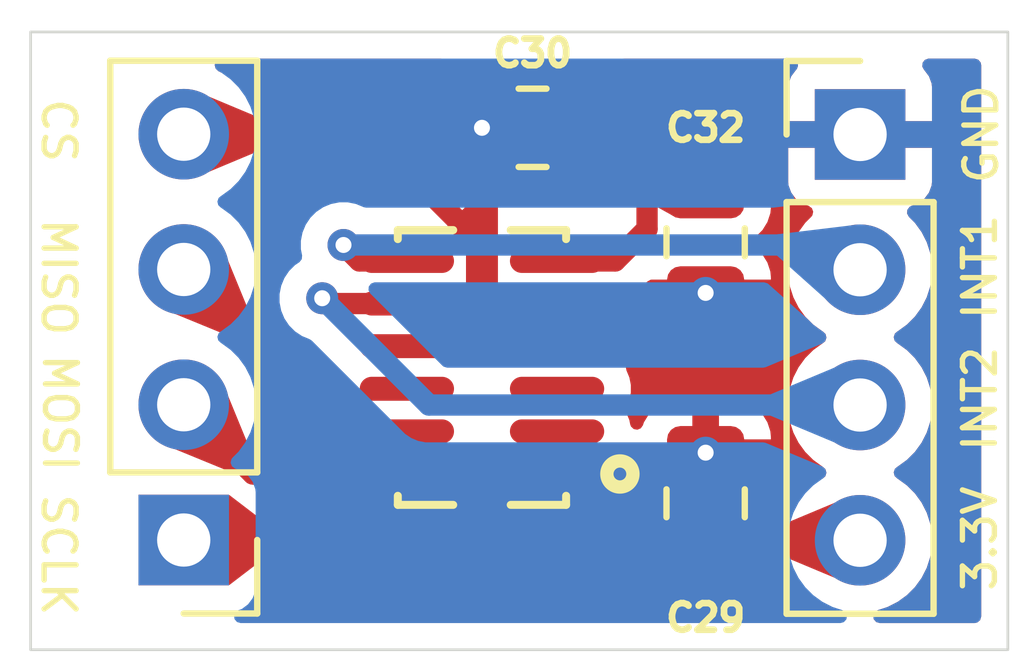
<source format=kicad_pcb>
(kicad_pcb (version 20241229) (generator "pcbnew") (generator_version "9.0")
  (layers (0 "F.Cu" signal) (2 "B.Cu" signal) (13 "F.Paste" user) (15 "B.Paste" user) (5 "F.SilkS" user "F.Silkscreen") (7 "B.SilkS" user "B.Silkscreen") (1 "F.Mask" user) (3 "B.Mask" user) (25 "Edge.Cuts" user))
  (net 0 "")
  (net 1 "+3.3V")
  (net 2 "GND")
  (net 3 "ADXL375_SDI")
  (net 4 "ADXL375_SCLK")
  (net 5 "ADXL375_SDO")
  (net 6 "ADXL375_CS")
  (net 7 "ADXL375_INT2")
  (net 8 "ADXL375_INT1")
  (footprint "Connector_PinHeader_2.54mm:PinHeader_1x04_P2.54mm_Vertical" (layer "F.Cu") (at 145.1 74.325)
    (property "Reference" "J2" (hide yes))
    (property "Value" "Conn_01x04_Pin" (hide yes))
    (fp_line (start -1.38 -1.38) (end 0 -1.38) (stroke (width 0.12)) (layer "F.SilkS"))
    (fp_line (start -1.38 0) (end -1.38 -1.38) (stroke (width 0.12)) (layer "F.SilkS"))
    (fp_line (start -1.38 1.27) (end -1.38 9) (stroke (width 0.12)) (layer "F.SilkS"))
    (fp_line (start -1.38 1.27) (end 1.38 1.27) (stroke (width 0.12)) (layer "F.SilkS"))
    (fp_line (start -1.38 9) (end 1.38 9) (stroke (width 0.12)) (layer "F.SilkS"))
    (fp_line (start 1.38 1.27) (end 1.38 9) (stroke (width 0.12)) (layer "F.SilkS"))
    (pad "1" thru_hole rect (at 0 0) (size 1.7 1.7) (drill 1) (layers "*.Cu" "*.Mask") (net 2 "GND"))
    (pad "2" thru_hole circle (at 0 2.54) (size 1.7 1.7) (drill 1) (layers "*.Cu" "*.Mask") (net 8 "ADXL375_INT1"))
    (pad "3" thru_hole circle (at 0 5.08) (size 1.7 1.7) (drill 1) (layers "*.Cu" "*.Mask") (net 7 "ADXL375_INT2"))
    (pad "4" thru_hole circle (at 0 7.62) (size 1.7 1.7) (drill 1) (layers "*.Cu" "*.Mask") (net 1 "+3.3V"))
  )
  (footprint "Capacitor_SMD:C_0805_2012Metric" (layer "F.Cu") (at 138.95 74.2 180)
    (property "Reference" "C30" (at 0 1.4 0) (layer "F.SilkS") (effects (font (size 0.5 0.5) (thickness 0.125))))
    (property "Value" "100nF" (hide yes))
    (fp_line (start -0.261252 0.735) (end 0.261252 0.735) (stroke (width 0.12)) (layer "F.SilkS"))
    (fp_line (start -0.261252 -0.735) (end 0.261252 -0.735) (stroke (width 0.12)) (layer "F.SilkS"))
    (pad "1" smd roundrect (at -0.95 0 180) (size 1 1.45) (layers "F.Cu" "F.Mask" "F.Paste") (net 1 "+3.3V"))
    (pad "2" smd roundrect (at 0.95 0 180) (size 1 1.45) (layers "F.Cu" "F.Mask" "F.Paste") (net 2 "GND"))
  )
  (footprint "Connector_PinHeader_2.54mm:PinHeader_1x04_P2.54mm_Vertical" (layer "F.Cu") (at 132.4 81.94 180)
    (property "Reference" "J1" (hide yes))
    (property "Value" "Conn_01x04_Pin" (hide yes))
    (fp_line (start 1.38 1.27) (end 1.38 9) (stroke (width 0.12)) (layer "F.SilkS"))
    (fp_line (start -1.38 9) (end 1.38 9) (stroke (width 0.12)) (layer "F.SilkS"))
    (fp_line (start -1.38 1.27) (end 1.38 1.27) (stroke (width 0.12)) (layer "F.SilkS"))
    (fp_line (start -1.38 1.27) (end -1.38 9) (stroke (width 0.12)) (layer "F.SilkS"))
    (fp_line (start -1.38 0) (end -1.38 -1.38) (stroke (width 0.12)) (layer "F.SilkS"))
    (fp_line (start -1.38 -1.38) (end 0 -1.38) (stroke (width 0.12)) (layer "F.SilkS"))
    (pad "1" thru_hole rect (at 0 0 180) (size 1.7 1.7) (drill 1) (layers "*.Cu" "*.Mask") (net 4 "ADXL375_SCLK"))
    (pad "2" thru_hole circle (at 0 2.54 180) (size 1.7 1.7) (drill 1) (layers "*.Cu" "*.Mask") (net 3 "ADXL375_SDI"))
    (pad "3" thru_hole circle (at 0 5.08 180) (size 1.7 1.7) (drill 1) (layers "*.Cu" "*.Mask") (net 5 "ADXL375_SDO"))
    (pad "4" thru_hole circle (at 0 7.62 180) (size 1.7 1.7) (drill 1) (layers "*.Cu" "*.Mask") (net 6 "ADXL375_CS"))
  )
  (footprint "Capacitor_SMD:C_0805_2012Metric" (layer "F.Cu") (at 142.2 81.25 -90)
    (property "Reference" "C29" (at 2.15 0 180) (layer "F.SilkS") (effects (font (size 0.5 0.5) (thickness 0.125))))
    (property "Value" "10uF" (hide yes))
    (fp_line (start -0.261252 0.735) (end 0.261252 0.735) (stroke (width 0.12)) (layer "F.SilkS"))
    (fp_line (start -0.261252 -0.735) (end 0.261252 -0.735) (stroke (width 0.12)) (layer "F.SilkS"))
    (pad "1" smd roundrect (at -0.95 0 270) (size 1 1.45) (layers "F.Cu" "F.Mask" "F.Paste") (net 2 "GND"))
    (pad "2" smd roundrect (at 0.95 0 270) (size 1 1.45) (layers "F.Cu" "F.Mask" "F.Paste") (net 1 "+3.3V"))
  )
  (footprint "Capacitor_SMD:C_0805_2012Metric" (layer "F.Cu") (at 142.2 76.35 90)
    (property "Reference" "C32" (at 2.15 0 180) (layer "F.SilkS") (effects (font (size 0.5 0.5) (thickness 0.125))))
    (property "Value" "100nF" (hide yes))
    (fp_line (start -0.261252 -0.735) (end 0.261252 -0.735) (stroke (width 0.12)) (layer "F.SilkS"))
    (fp_line (start -0.261252 0.735) (end 0.261252 0.735) (stroke (width 0.12)) (layer "F.SilkS"))
    (pad "1" smd roundrect (at -0.95 0 90) (size 1 1.45) (layers "F.Cu" "F.Mask" "F.Paste") (net 2 "GND"))
    (pad "2" smd roundrect (at 0.95 0 90) (size 1 1.45) (layers "F.Cu" "F.Mask" "F.Paste") (net 1 "+3.3V"))
  )
  (footprint "EasyEDA:LGA-14_L5.0-W3.0-P0.80-BL" (layer "F.Cu") (at 138 78.7 90)
    (property "Reference" "U7" (hide yes))
    (property "Value" "ADXL375BCCZ-RL7" (hide yes))
    (fp_line (start 2.58 -1.58) (end 2.41 -1.58) (stroke (width 0.15)) (layer "F.SilkS"))
    (fp_line (start -2.58 -1.58) (end -2.41 -1.58) (stroke (width 0.15)) (layer "F.SilkS"))
    (fp_line (start 2.58 -0.54) (end 2.58 -1.58) (stroke (width 0.15)) (layer "F.SilkS"))
    (fp_line (start -2.58 -0.54) (end -2.58 -1.58) (stroke (width 0.15)) (layer "F.SilkS"))
    (fp_line (start 2.58 0.54) (end 2.58 1.58) (stroke (width 0.15)) (layer "F.SilkS"))
    (fp_line (start -2.58 0.54) (end -2.58 1.58) (stroke (width 0.15)) (layer "F.SilkS"))
    (fp_line (start 2.58 1.58) (end 2.41 1.58) (stroke (width 0.15)) (layer "F.SilkS"))
    (fp_line (start -2.58 1.58) (end -2.41 1.58) (stroke (width 0.15)) (layer "F.SilkS"))
    (fp_circle (center -2 2.59) (end -1.88 2.59) (stroke (width 0.25)) (fill no) (layer "F.SilkS"))
    (pad "1" smd oval (at -2 1.41 90) (size 0.45 1.77) (layers "F.Cu" "F.Mask" "F.Paste") (net 1 "+3.3V"))
    (pad "2" smd oval (at -1.2 1.41 90) (size 0.45 1.77) (layers "F.Cu" "F.Mask" "F.Paste") (net 2 "GND"))
    (pad "3" smd oval (at -0.4 1.41 90) (size 0.45 1.77) (layers "F.Cu" "F.Mask" "F.Paste"))
    (pad "4" smd oval (at 0.4 1.41 90) (size 0.45 1.77) (layers "F.Cu" "F.Mask" "F.Paste") (net 2 "GND"))
    (pad "5" smd oval (at 1.2 1.41 90) (size 0.45 1.77) (layers "F.Cu" "F.Mask" "F.Paste") (net 2 "GND"))
    (pad "6" smd oval (at 2 1.41 90) (size 0.45 1.77) (layers "F.Cu" "F.Mask" "F.Paste") (net 1 "+3.3V"))
    (pad "7" smd rect (at 2.3 0 90) (size 1.55 0.6) (layers "F.Cu" "F.Mask" "F.Paste") (net 6 "ADXL375_CS"))
    (pad "8" smd oval (at 2 -1.41 90) (size 0.45 1.77) (layers "F.Cu" "F.Mask" "F.Paste") (net 8 "ADXL375_INT1"))
    (pad "9" smd oval (at 1.2 -1.41 90) (size 0.45 1.77) (layers "F.Cu" "F.Mask" "F.Paste") (net 7 "ADXL375_INT2"))
    (pad "10" smd oval (at 0.4 -1.41 90) (size 0.45 1.77) (layers "F.Cu" "F.Mask" "F.Paste"))
    (pad "11" smd oval (at -0.4 -1.41 90) (size 0.45 1.77) (layers "F.Cu" "F.Mask" "F.Paste"))
    (pad "12" smd oval (at -1.2 -1.41 90) (size 0.45 1.77) (layers "F.Cu" "F.Mask" "F.Paste") (net 5 "ADXL375_SDO"))
    (pad "13" smd oval (at -2 -1.41 90) (size 0.45 1.77) (layers "F.Cu" "F.Mask" "F.Paste") (net 3 "ADXL375_SDI"))
    (pad "14" smd rect (at -2.3 0 90) (size 1.55 0.6) (layers "F.Cu" "F.Mask" "F.Paste") (net 4 "ADXL375_SCLK"))
  )
  (gr_rect (start 129.525 72.4) (end 147.875 84) (stroke (width 0.05)) (fill no) (layer "Edge.Cuts"))
  (gr_text "INT2" (at 147.7 80.325 90) (layer "F.SilkS") (effects (font (size 0.6 0.6) (thickness 0.1)) (justify left bottom)))
  (gr_text "GND" (at 147.725 75.3 90) (layer "F.SilkS") (effects (font (size 0.6 0.6) (thickness 0.1)) (justify left bottom)))
  (gr_text "MOSI" (at 129.725 78.4 270) (layer "F.SilkS") (effects (font (size 0.6 0.6) (thickness 0.1)) (justify left bottom)))
  (gr_text "3.3V" (at 147.7 82.95 90) (layer "F.SilkS") (effects (font (size 0.6 0.6) (thickness 0.1)) (justify left bottom)))
  (gr_text "SCLK" (at 129.7 81.025 270) (layer "F.SilkS") (effects (font (size 0.6 0.6) (thickness 0.1)) (justify left bottom)))
  (gr_text "INT1" (at 147.7 77.85 90) (layer "F.SilkS") (effects (font (size 0.6 0.6) (thickness 0.1)) (justify left bottom)))
  (gr_text "MISO" (at 129.7 75.85 270) (layer "F.SilkS") (effects (font (size 0.6 0.6) (thickness 0.1)) (justify left bottom)))
  (gr_text "CS" (at 129.7 73.6 270) (layer "F.SilkS") (effects (font (size 0.6 0.6) (thickness 0.1)) (justify left bottom)))
  (segment (start 141.1 75.4) (end 139.9 74.2) (width 0.4) (layer "F.Cu") (net 1))
  (segment (start 141.1 75.4) (end 141.1 76.1) (width 0.4) (layer "F.Cu") (net 1))
  (segment (start 142.2 75.4) (end 141.1 75.4) (width 0.4) (layer "F.Cu") (net 1))
  (segment (start 145.1 81.945) (end 142.455 81.945) (width 0.4) (layer "F.Cu") (net 1))
  (segment (start 140.7 80.7) (end 139.41 80.7) (width 0.4) (layer "F.Cu") (net 1))
  (segment (start 142.2 82.2) (end 140.7 80.7) (width 0.4) (layer "F.Cu") (net 1))
  (segment (start 142.455 81.945) (end 142.2 82.2) (width 0.4) (layer "F.Cu") (net 1))
  (segment (start 141.1 76.1) (end 140.5 76.7) (width 0.4) (layer "F.Cu") (net 1))
  (segment (start 140.5 76.7) (end 139.41 76.7) (width 0.4) (layer "F.Cu") (net 1))
  (via (at 142.2 80.3) (size 0.6) (drill 0.3) (layers "F.Cu" "B.Cu") (net 2))
  (via (at 138 74.2) (size 0.6) (drill 0.3) (layers "F.Cu" "B.Cu") (net 2))
  (via (at 142.2 77.3) (size 0.6) (drill 0.3) (layers "F.Cu" "B.Cu") (net 2))
  (segment (start 132.4 79.4) (end 133.7 80.7) (width 0.4) (layer "F.Cu") (net 3))
  (segment (start 133.7 80.7) (end 136.59 80.7) (width 0.4) (layer "F.Cu") (net 3))
  (segment (start 132.4 81.94) (end 137.06 81.94) (width 0.4) (layer "F.Cu") (net 4))
  (segment (start 137.06 81.94) (end 138 81) (width 0.4) (layer "F.Cu") (net 4))
  (segment (start 132.4 76.86) (end 135.44 79.9) (width 0.4) (layer "F.Cu") (net 5))
  (segment (start 135.44 79.9) (end 136.59 79.9) (width 0.4) (layer "F.Cu") (net 5))
  (segment (start 135.92 74.32) (end 138 76.4) (width 0.4) (layer "F.Cu") (net 6))
  (segment (start 132.4 74.32) (end 135.92 74.32) (width 0.4) (layer "F.Cu") (net 6))
  (segment (start 136.59 77.5) (end 135.1 77.5) (width 0.4) (layer "F.Cu") (net 7))
  (segment (start 135.1 77.5) (end 135 77.4) (width 0.4) (layer "F.Cu") (net 7))
  (via (at 135 77.4) (size 0.6) (drill 0.3) (layers "F.Cu" "B.Cu") (net 7))
  (segment (start 137.005 79.405) (end 135 77.4) (width 0.4) (layer "B.Cu") (net 7))
  (segment (start 145.1 79.405) (end 137.005 79.405) (width 0.4) (layer "B.Cu") (net 7))
  (segment (start 135.7 76.7) (end 135.4 76.4) (width 0.4) (layer "F.Cu") (net 8))
  (segment (start 136.59 76.7) (end 135.7 76.7) (width 0.4) (layer "F.Cu") (net 8))
  (via (at 135.4 76.4) (size 0.6) (drill 0.3) (layers "F.Cu" "B.Cu") (net 8))
  (segment (start 144.635 76.4) (end 135.4 76.4) (width 0.4) (layer "B.Cu") (net 8))
  (segment (start 145.1 76.865) (end 144.635 76.4) (width 0.4) (layer "B.Cu") (net 8))
  (zone (net 2) (net_name "GND") (layer "F.Cu") (priority 1) (connect_pads (clearance 0.5)) (min_thickness 0.25) (fill yes (thermal_gap 0.5) (thermal_bridge_width 0.5))
    (polygon (pts (xy 128.975 71.8) (xy 148.2 71.8) (xy 148.2 84.4) (xy 128.975 84.4)))
  )
  (zone (net 2) (net_name "GND") (layer "B.Cu") (connect_pads (clearance 0.5)) (min_thickness 0.25) (fill yes (thermal_gap 0.5) (thermal_bridge_width 0.5))
    (polygon (pts (xy 128.95 71.8) (xy 148.2 71.8) (xy 148.2 84.4) (xy 128.95 84.4)))
  )
)
</source>
